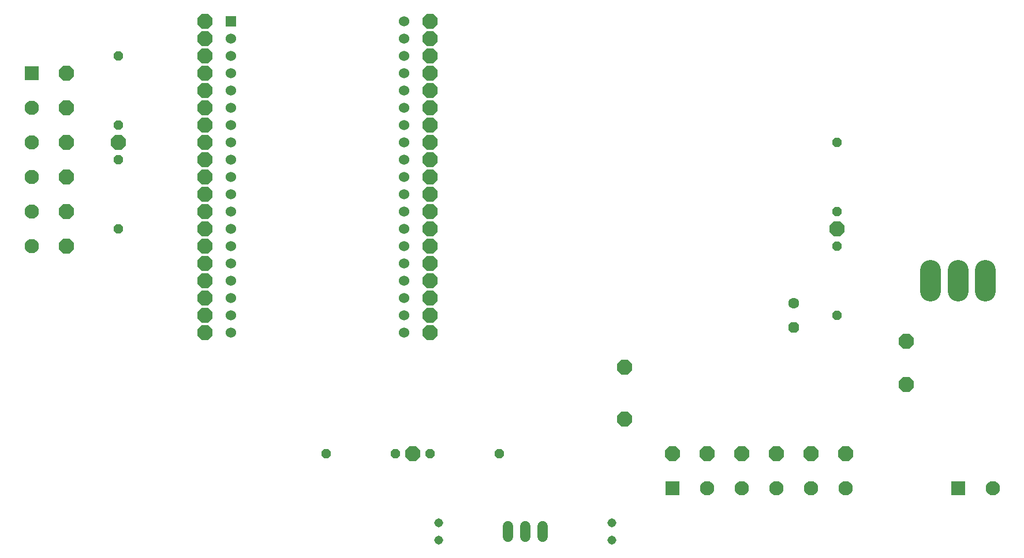
<source format=gbr>
G04 EAGLE Gerber RS-274X export*
G75*
%MOMM*%
%FSLAX34Y34*%
%LPD*%
%INBottom Copper*%
%IPPOS*%
%AMOC8*
5,1,8,0,0,1.08239X$1,22.5*%
G01*
%ADD10C,1.308000*%
%ADD11C,1.600200*%
%ADD12P,1.732040X8X292.500000*%
%ADD13P,2.364373X8X112.500000*%
%ADD14P,2.364373X8X22.500000*%
%ADD15P,2.364373X8X292.500000*%
%ADD16P,2.364373X8X202.500000*%
%ADD17C,1.524000*%
%ADD18R,2.100000X2.100000*%
%ADD19C,2.100000*%
%ADD20P,1.429621X8X292.500000*%
%ADD21P,1.429621X8X22.500000*%
%ADD22C,3.009900*%
%ADD23R,1.530000X1.530000*%
%ADD24C,1.530000*%


D10*
X965200Y63500D03*
X965200Y38100D03*
X711200Y63500D03*
X711200Y38100D03*
D11*
X1231900Y386080D03*
D12*
X1231900Y350520D03*
D13*
X1054100Y165100D03*
D14*
X165100Y520700D03*
X698500Y647700D03*
X165100Y571500D03*
D15*
X1397000Y266700D03*
X1397000Y330200D03*
D16*
X241300Y622300D03*
D13*
X673100Y165100D03*
D16*
X1295400Y495300D03*
X368300Y368300D03*
X368300Y393700D03*
X368300Y469900D03*
X368300Y419100D03*
X368300Y444500D03*
X368300Y495300D03*
X368300Y520700D03*
X368300Y546100D03*
X368300Y571500D03*
X368300Y596900D03*
X368300Y622300D03*
X368300Y723900D03*
X368300Y749300D03*
X368300Y342900D03*
X368300Y774700D03*
X368300Y698500D03*
D14*
X698500Y749300D03*
X698500Y723900D03*
X698500Y698500D03*
X698500Y673100D03*
D13*
X1308100Y165100D03*
D14*
X698500Y546100D03*
D13*
X1257300Y165100D03*
D14*
X698500Y520700D03*
D16*
X698500Y495300D03*
X698500Y469900D03*
D14*
X698500Y444500D03*
X698500Y419100D03*
X698500Y393700D03*
X698500Y368300D03*
X698500Y342900D03*
D16*
X368300Y800100D03*
D14*
X165100Y622300D03*
D13*
X1155700Y165100D03*
D14*
X698500Y774700D03*
X698500Y800100D03*
X698500Y622300D03*
X698500Y596900D03*
X698500Y571500D03*
X165100Y723900D03*
D13*
X1206500Y165100D03*
X1104900Y165100D03*
D14*
X165100Y469900D03*
X165100Y673100D03*
D17*
X863600Y58420D02*
X863600Y43180D01*
X838200Y43180D02*
X838200Y58420D01*
X812800Y58420D02*
X812800Y43180D01*
D18*
X1473200Y114300D03*
D19*
X1524000Y114300D03*
D18*
X1054100Y114300D03*
D19*
X1104900Y114300D03*
X1155700Y114300D03*
X1206500Y114300D03*
X1257300Y114300D03*
X1308100Y114300D03*
D18*
X114300Y723900D03*
D19*
X114300Y673100D03*
X114300Y622300D03*
X114300Y571500D03*
X114300Y520700D03*
X114300Y469900D03*
D20*
X241300Y596900D03*
X241300Y495300D03*
X241300Y749300D03*
X241300Y647700D03*
D21*
X698500Y165100D03*
X800100Y165100D03*
X546100Y165100D03*
X647700Y165100D03*
D20*
X1295400Y469900D03*
X1295400Y368300D03*
X1295400Y622300D03*
X1295400Y520700D03*
D22*
X1513332Y434150D02*
X1513332Y404051D01*
X1473200Y404051D02*
X1473200Y434150D01*
X1433068Y434150D02*
X1433068Y404051D01*
D23*
X406400Y800000D03*
D24*
X406400Y774600D03*
X406400Y749200D03*
X406400Y723800D03*
X406400Y698400D03*
X406400Y673000D03*
X406400Y647600D03*
X406400Y622200D03*
X406400Y596800D03*
X406400Y571400D03*
X406400Y546000D03*
X406400Y520600D03*
X406400Y495200D03*
X406400Y469800D03*
X406400Y444400D03*
X406400Y419000D03*
X406400Y393600D03*
X406400Y368200D03*
X406400Y342800D03*
X660400Y342800D03*
X660400Y368200D03*
X660400Y393600D03*
X660400Y419000D03*
X660400Y444400D03*
X660400Y469800D03*
X660400Y495200D03*
X660400Y520600D03*
X660400Y546000D03*
X660400Y571400D03*
X660400Y596800D03*
X660400Y622200D03*
X660400Y647600D03*
X660400Y673000D03*
X660400Y698400D03*
X660400Y723800D03*
X660400Y749200D03*
X660400Y774600D03*
X660400Y800000D03*
D16*
X368300Y673100D03*
X368300Y647700D03*
X984250Y292100D03*
X984250Y215900D03*
M02*

</source>
